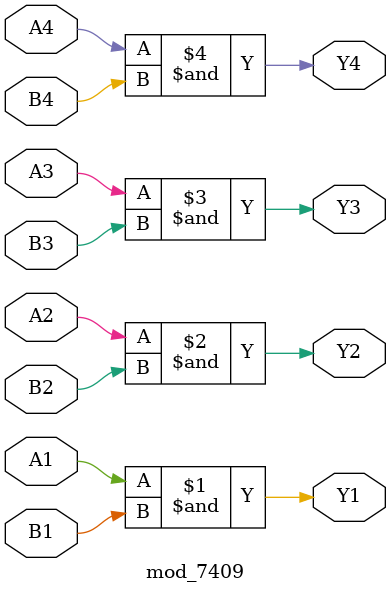
<source format=v>
module mod_7409 (
	input A1, input B1, output Y1, 
	input A2, input B2, output Y2, 
	input A3, input B3, output Y3, 
	input A4, input B4, output Y4
);
	assign Y1 = A1 & B1;
	assign Y2 = A2 & B2;
	assign Y3 = A3 & B3;
	assign Y4 = A4 & B4;
endmodule

</source>
